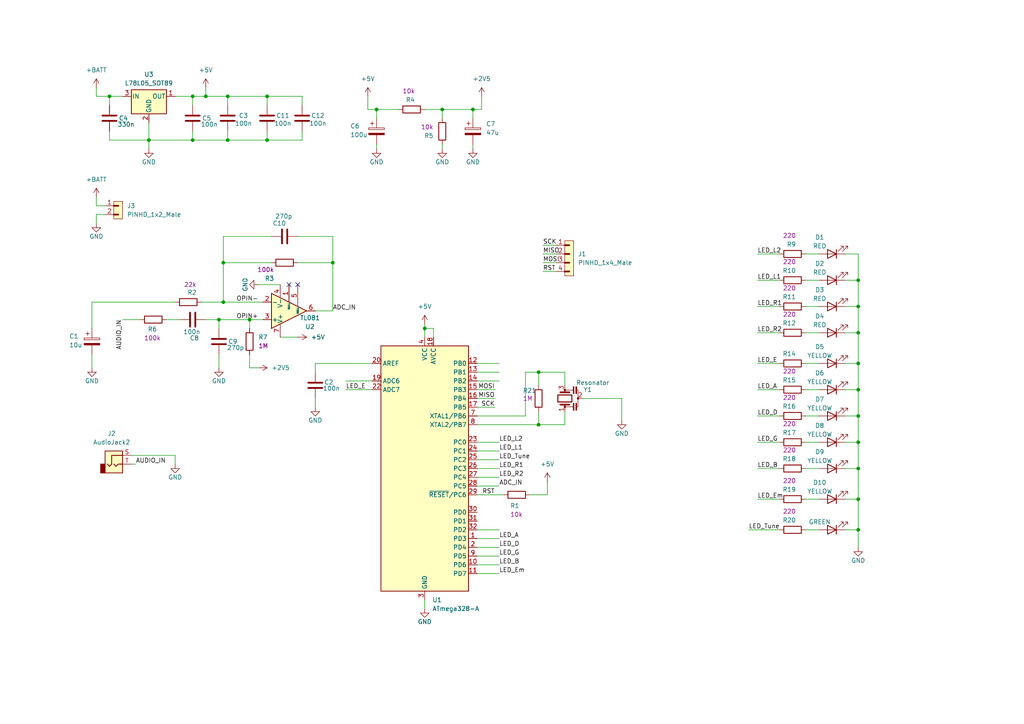
<source format=kicad_sch>
(kicad_sch (version 20231120) (generator "eeschema") (generator_version "8.0")
  (paper "A4")
  (title_block (date "sam. 04 avril 2015"))
  (lib_symbols
    (symbol "+5V_1" (power) (pin_numbers hide) (pin_names (offset 0) hide)
      (property "Value" "+5V" (at 0 3.556 0))
      (symbol "+5V_1_0_1"
        (polyline (pts (xy -0.762 1.27) (xy 0 2.54)))
        (polyline (pts (xy 0 0) (xy 0 2.54)))
        (polyline (pts (xy 0 2.54) (xy 0.762 1.27)))
      )
      (symbol "+5V_1_1_1"
        (pin power_in line (at 0 0 90) (length 0) (name "~") (number "1"))
      )
    )
    (symbol "Amplifier_Operational:TL081" (pin_names (offset 0.127))
      (property "Reference" "U" (at 0 6.35 0))
      (property "Value" "TL081" (at 0 3.81 0))
      (symbol "TL081_0_1"
        (polyline (pts (xy -5.08 5.08) (xy 5.08 0) (xy -5.08 -5.08) (xy -5.08 5.08)) (stroke (width 0.254)) (fill (type background)))
      )
      (symbol "TL081_1_1"
        (pin input line (at 0 -7.62 90) (length 5.08) (name "NULL") (number "1"))
        (pin input line (at -7.62 -2.54 0) (length 2.54) (name "-") (number "2"))
        (pin input line (at -7.62 2.54 0) (length 2.54) (name "+") (number "3"))
        (pin power_in line (at -2.54 -7.62 90) (length 3.81) (name "V-") (number "4"))
        (pin input line (at 2.54 -7.62 90) (length 6.35) (name "NULL") (number "5"))
        (pin output line (at 7.62 0 180) (length 2.54) (name "~") (number "6"))
        (pin power_in line (at -2.54 7.62 270) (length 3.81) (name "V+") (number "7"))
        (pin no_connect line (at 0 2.54 270) (length 2.54) hide (name "NC") (number "8"))
      )
    )
    (symbol "Connector_Audio:AudioJack2"
      (property "Reference" "J" (at 0 8.89 0))
      (property "Value" "AudioJack2" (at 0 6.35 0))
      (symbol "AudioJack2_0_1"
        (rectangle (start -3.81 0) (end -2.54 -2.54) (stroke (width 0.254)) (fill (type outline)))
        (rectangle (start -2.54 3.81) (end 2.54 -2.54) (stroke (width 0.254)) (fill (type background)))
        (polyline (pts (xy 0 0) (xy 0.635 -0.635) (xy 1.27 0) (xy 2.54 0)) (stroke (width 0.254)))
        (polyline (pts (xy 2.54 2.54) (xy -0.635 2.54) (xy -0.635 0) (xy -1.27 -0.635) (xy -1.905 0)) (stroke (width 0.254)))
      )
      (symbol "AudioJack2_1_1"
        (pin passive line (at 5.08 2.54 180) (length 2.54) (name "~") (number "S"))
        (pin passive line (at 5.08 0 180) (length 2.54) (name "~") (number "T"))
      )
    )
    (symbol "Device:C" (pin_numbers hide) (pin_names (offset 0.254))
      (property "Reference" "C" (at 0.635 2.54 0))
      (property "Value" "C" (at 0.635 -2.54 0))
      (symbol "C_0_1"
        (polyline (pts (xy -2.032 -0.762) (xy 2.032 -0.762)) (stroke (width 0.508)))
        (polyline (pts (xy -2.032 0.762) (xy 2.032 0.762)) (stroke (width 0.508)))
      )
      (symbol "C_1_1"
        (pin passive line (at 0 3.81 270) (length 2.794) (name "~") (number "1"))
        (pin passive line (at 0 -3.81 90) (length 2.794) (name "~") (number "2"))
      )
    )
    (symbol "Device:C_Polarized" (pin_numbers hide) (pin_names (offset 0.254))
      (property "Reference" "C" (at 0.635 2.54 0))
      (property "Value" "C_Polarized" (at 0.635 -2.54 0))
      (symbol "C_Polarized_0_1"
        (rectangle (start -2.286 0.508) (end 2.286 1.016))
        (polyline (pts (xy -1.778 2.286) (xy -0.762 2.286)))
        (polyline (pts (xy -1.27 2.794) (xy -1.27 1.778)))
        (rectangle (start 2.286 -0.508) (end -2.286 -1.016) (fill (type outline)))
      )
      (symbol "C_Polarized_1_1"
        (pin passive line (at 0 3.81 270) (length 2.794) (name "~") (number "1"))
        (pin passive line (at 0 -3.81 90) (length 2.794) (name "~") (number "2"))
      )
    )
    (symbol "Device:LED" (pin_numbers hide) (pin_names (offset 1.016) hide)
      (property "Reference" "D1" (at -1.5875 -7.62 0))
      (property "Value" "RED" (at -1.5875 -5.08 0))
      (symbol "LED_0_1"
        (polyline (pts (xy -1.27 -1.27) (xy -1.27 1.27)) (stroke (width 0.254)))
        (polyline (pts (xy -1.27 0) (xy 1.27 0)))
        (polyline (pts (xy 1.27 -1.27) (xy 1.27 1.27) (xy -1.27 0) (xy 1.27 -1.27)) (stroke (width 0.254)))
        (polyline (pts (xy -3.048 -0.762) (xy -4.572 -2.286) (xy -3.81 -2.286) (xy -4.572 -2.286) (xy -4.572 -1.524)))
        (polyline (pts (xy -1.778 -0.762) (xy -3.302 -2.286) (xy -2.54 -2.286) (xy -3.302 -2.286) (xy -3.302 -1.524)))
      )
      (symbol "LED_1_1"
        (pin passive line (at 3.81 0 180) (length 2.54) (name "A") (number "1"))
        (pin passive line (at -3.81 0 0) (length 2.54) (name "K") (number "2"))
      )
    )
    (symbol "Device:Resonator" (pin_names (offset 1.016) hide)
      (property "Reference" "Y" (at 0 5.715 0))
      (property "Value" "Resonator" (at 0 3.81 0))
      (symbol "Resonator_0_1"
        (rectangle (start -3.429 -3.175) (end -1.397 -3.429) (fill (type outline)))
        (rectangle (start -3.429 -2.413) (end -1.397 -2.667) (fill (type outline)))
        (circle (center -2.413 0) (radius 0.254) (fill (type outline)))
        (rectangle (start -1.016 2.032) (end 1.016 -2.032) (stroke (width 0.3048)))
        (circle (center 0 -3.81) (radius 0.254) (fill (type outline)))
        (polyline (pts (xy -2.413 -2.413) (xy -2.413 0)))
        (polyline (pts (xy -1.905 0) (xy -3.175 0)))
        (polyline (pts (xy -1.778 -1.27) (xy -1.778 1.27)) (stroke (width 0.508)))
        (polyline (pts (xy 1.778 -1.27) (xy 1.778 1.27)) (stroke (width 0.508)))
        (polyline (pts (xy 1.905 0) (xy 2.54 0)))
        (polyline (pts (xy 2.413 0) (xy 2.413 -2.54)))
        (polyline (pts (xy 2.413 -3.302) (xy 2.413 -3.81) (xy -2.413 -3.81) (xy -2.413 -3.302)))
        (rectangle (start 1.397 -3.175) (end 3.429 -3.429) (fill (type outline)))
        (rectangle (start 1.397 -2.413) (end 3.429 -2.667) (fill (type outline)))
        (circle (center 2.413 0) (radius 0.254) (fill (type outline)))
      )
      (symbol "Resonator_1_1"
        (pin passive line (at -3.81 0 0) (length 1.27) (name "1") (number "1"))
        (pin passive line (at 0 -5.08 90) (length 1.27) (name "2") (number "2"))
        (pin passive line (at 3.81 0 180) (length 1.27) (name "3") (number "3"))
      )
    )
    (symbol "MCU_Microchip_ATmega:ATmega328-A"
      (property "Reference" "U" (at -12.7 36.83 0))
      (property "Value" "ATmega328-A" (at 2.54 -36.83 0))
      (symbol "ATmega328-A_0_1"
        (rectangle (start -12.7 -35.56) (end 12.7 35.56) (stroke (width 0.254)) (fill (type background)))
      )
      (symbol "ATmega328-A_1_1"
        (pin bidirectional line (at 15.24 -20.32 180) (length 2.54) (name "PD3") (number "1"))
        (pin bidirectional line (at 15.24 -27.94 180) (length 2.54) (name "PD6") (number "10"))
        (pin bidirectional line (at 15.24 -30.48 180) (length 2.54) (name "PD7") (number "11"))
        (pin bidirectional line (at 15.24 30.48 180) (length 2.54) (name "PB0") (number "12"))
        (pin bidirectional line (at 15.24 27.94 180) (length 2.54) (name "PB1") (number "13"))
        (pin bidirectional line (at 15.24 25.4 180) (length 2.54) (name "PB2") (number "14"))
        (pin bidirectional line (at 15.24 22.86 180) (length 2.54) (name "PB3") (number "15"))
        (pin bidirectional line (at 15.24 20.32 180) (length 2.54) (name "PB4") (number "16"))
        (pin bidirectional line (at 15.24 17.78 180) (length 2.54) (name "PB5") (number "17"))
        (pin power_in line (at 2.54 38.1 270) (length 2.54) (name "AVCC") (number "18"))
        (pin input line (at -15.24 25.4 0) (length 2.54) (name "ADC6") (number "19"))
        (pin bidirectional line (at 15.24 -22.86 180) (length 2.54) (name "PD4") (number "2"))
        (pin passive line (at -15.24 30.48 0) (length 2.54) (name "AREF") (number "20"))
        (pin passive line (at 0 -38.1 90) (length 2.54) hide (name "GND") (number "21"))
        (pin input line (at -15.24 22.86 0) (length 2.54) (name "ADC7") (number "22"))
        (pin bidirectional line (at 15.24 7.62 180) (length 2.54) (name "PC0") (number "23"))
        (pin bidirectional line (at 15.24 5.08 180) (length 2.54) (name "PC1") (number "24"))
        (pin bidirectional line (at 15.24 2.54 180) (length 2.54) (name "PC2") (number "25"))
        (pin bidirectional line (at 15.24 0 180) (length 2.54) (name "PC3") (number "26"))
        (pin bidirectional line (at 15.24 -2.54 180) (length 2.54) (name "PC4") (number "27"))
        (pin bidirectional line (at 15.24 -5.08 180) (length 2.54) (name "PC5") (number "28"))
        (pin bidirectional line (at 15.24 -7.62 180) (length 2.54) (name "~{RESET}/PC6") (number "29"))
        (pin power_in line (at 0 -38.1 90) (length 2.54) (name "GND") (number "3"))
        (pin bidirectional line (at 15.24 -12.7 180) (length 2.54) (name "PD0") (number "30"))
        (pin bidirectional line (at 15.24 -15.24 180) (length 2.54) (name "PD1") (number "31"))
        (pin bidirectional line (at 15.24 -17.78 180) (length 2.54) (name "PD2") (number "32"))
        (pin power_in line (at 0 38.1 270) (length 2.54) (name "VCC") (number "4"))
        (pin passive line (at 0 -38.1 90) (length 2.54) hide (name "GND") (number "5"))
        (pin passive line (at 0 38.1 270) (length 2.54) hide (name "VCC") (number "6"))
        (pin bidirectional line (at 15.24 15.24 180) (length 2.54) (name "XTAL1/PB6") (number "7"))
        (pin bidirectional line (at 15.24 12.7 180) (length 2.54) (name "XTAL2/PB7") (number "8"))
        (pin bidirectional line (at 15.24 -25.4 180) (length 2.54) (name "PD5") (number "9"))
      )
    )
    (symbol "PCM_4ms_Resistor:10k_0402" (pin_numbers hide) (pin_names (offset 0))
      (property "Reference" "R" (at 2.032 0 90))
      (property "Display" "10k" (at 3.81 0 90))
      (symbol "10k_0402_0_1"
        (rectangle (start -1.016 -2.54) (end 1.016 2.54) (stroke (width 0.254)))
      )
      (symbol "10k_0402_1_1"
        (pin passive line (at 0 3.81 270) (length 1.27) (name "~") (number "1"))
        (pin passive line (at 0 -3.81 90) (length 1.27) (name "~") (number "2"))
      )
    )
    (symbol "PCM_SL_Pin_Headers:PINHD_1x2_Male"
      (property "Reference" "J" (at 0 6.35 0))
      (property "Value" "PINHD_1x2_Male" (at 0 3.81 0))
      (symbol "PINHD_1x2_Male_0_1"
        (rectangle (start -1.27 2.54) (end 1.27 -2.54) (fill (type background)))
        (polyline (pts (xy -1.27 -1.27) (xy 0 -1.27)) (stroke (width 0.3)))
        (polyline (pts (xy -1.27 -1.27) (xy 0 -1.27)) (stroke (width 0.5)))
        (polyline (pts (xy -1.27 1.27) (xy 0 1.27)) (stroke (width 0.3)))
        (polyline (pts (xy -1.27 1.27) (xy 0 1.27)) (stroke (width 0.5)))
      )
      (symbol "PINHD_1x2_Male_1_1"
        (pin passive line (at -3.81 1.27 0) (length 2.54) (name "") (number "1"))
        (pin passive line (at -3.81 -1.27 0) (length 2.54) (name "") (number "2"))
      )
    )
    (symbol "PCM_SL_Pin_Headers:PINHD_1x4_Male"
      (property "Reference" "J" (at 0 8.89 0))
      (property "Value" "PINHD_1x4_Male" (at 0 6.35 0))
      (symbol "PINHD_1x4_Male_0_1"
        (rectangle (start -1.27 5.08) (end 1.27 -5.08) (fill (type background)))
        (polyline (pts (xy -1.27 -3.81) (xy 0 -3.81)) (stroke (width 0.3)))
        (polyline (pts (xy -1.27 -3.81) (xy 0 -3.81)) (stroke (width 0.5)))
        (polyline (pts (xy -1.27 -1.27) (xy 0 -1.27)) (stroke (width 0.3)))
        (polyline (pts (xy -1.27 -1.27) (xy 0 -1.27)) (stroke (width 0.5)))
        (polyline (pts (xy -1.27 1.27) (xy 0 1.27)) (stroke (width 0.3)))
        (polyline (pts (xy -1.27 1.27) (xy 0 1.27)) (stroke (width 0.5)))
        (polyline (pts (xy -1.27 3.81) (xy 0 3.81)) (stroke (width 0.3)))
        (polyline (pts (xy -1.27 3.81) (xy 0 3.81)) (stroke (width 0.5)))
      )
      (symbol "PINHD_1x4_Male_1_1"
        (pin passive line (at -3.81 3.81 0) (length 2.54) (name "") (number "1"))
        (pin passive line (at -3.81 1.27 0) (length 2.54) (name "") (number "2"))
        (pin passive line (at -3.81 -1.27 0) (length 2.54) (name "") (number "3"))
        (pin passive line (at -3.81 -3.81 0) (length 2.54) (name "") (number "4"))
      )
    )
    (symbol "Regulator_Linear:L78L05_SOT89" (pin_names (offset 0.254))
      (property "Reference" "U" (at -3.81 3.175 0))
      (property "Value" "L78L05_SOT89" (at -0.635 3.175 0))
      (symbol "L78L05_SOT89_0_1"
        (rectangle (start -5.08 1.905) (end 5.08 -5.08) (stroke (width 0.254)) (fill (type background)))
      )
      (symbol "L78L05_SOT89_1_1"
        (pin power_out line (at 7.62 0 180) (length 2.54) (name "OUT") (number "1"))
        (pin power_in line (at 0 -7.62 90) (length 2.54) (name "GND") (number "2"))
        (pin power_in line (at -7.62 0 0) (length 2.54) (name "IN") (number "3"))
      )
    )
    (symbol "power:+2V5" (power) (pin_numbers hide) (pin_names (offset 0) hide)
      (property "Value" "+2V5" (at 0 3.556 0))
      (symbol "+2V5_0_1"
        (polyline (pts (xy -0.762 1.27) (xy 0 2.54)))
        (polyline (pts (xy 0 0) (xy 0 2.54)))
        (polyline (pts (xy 0 2.54) (xy 0.762 1.27)))
      )
      (symbol "+2V5_1_1"
        (pin power_in line (at 0 0 90) (length 0) (name "~") (number "1"))
      )
    )
    (symbol "power:+BATT" (power) (pin_numbers hide) (pin_names (offset 0) hide)
      (property "Value" "+BATT" (at 0 3.556 0))
      (symbol "+BATT_0_1"
        (polyline (pts (xy -0.762 1.27) (xy 0 2.54)))
        (polyline (pts (xy 0 0) (xy 0 2.54)))
        (polyline (pts (xy 0 2.54) (xy 0.762 1.27)))
      )
      (symbol "+BATT_1_1"
        (pin power_in line (at 0 0 90) (length 0) (name "~") (number "1"))
      )
    )
    (symbol "power:GND" (power) (pin_names (offset 0))
      (property "Value" "GND" (at 0 -3.81 0))
      (symbol "GND_0_1"
        (polyline (pts (xy 0 0) (xy 0 -1.27) (xy 1.27 -1.27) (xy 0 -2.54) (xy -1.27 -1.27) (xy 0 -1.27)))
      )
      (symbol "GND_1_1"
        (pin power_in line (at 0 0 270) (length 0) hide (name "GND") (number "1"))
      )
    )
  )
  (junction (at 248.92 128.27))
  (junction (at 77.47 27.94))
  (junction (at 66.04 40.64))
  (junction (at 66.04 27.94))
  (junction (at 31.75 27.94))
  (junction (at 137.16 31.75))
  (junction (at 248.92 113.03))
  (junction (at 59.69 27.94))
  (junction (at 156.21 107.95))
  (junction (at 248.92 144.78))
  (junction (at 72.39 92.71))
  (junction (at 123.19 95.25))
  (junction (at 156.21 123.19))
  (junction (at 64.77 87.63))
  (junction (at 128.27 31.75))
  (junction (at 248.92 120.65))
  (junction (at 55.88 27.94))
  (junction (at 248.92 153.67))
  (junction (at 64.77 76.2))
  (junction (at 96.52 76.2))
  (junction (at 109.22 31.75))
  (junction (at 77.47 40.64))
  (junction (at 248.92 81.28))
  (junction (at 63.5 92.71))
  (junction (at 248.92 135.89))
  (junction (at 55.88 40.64))
  (junction (at 248.92 88.9))
  (junction (at 248.92 96.52))
  (junction (at 43.18 40.64))
  (junction (at 248.92 105.41))
  (no_connect (at 83.82 82.55))
  (no_connect (at 86.36 82.55))
  (wire (pts (xy 123.19 95.25) (xy 123.19 97.79)))
  (wire (pts (xy 245.11 135.89) (xy 248.92 135.89)))
  (wire (pts (xy 91.44 90.17) (xy 96.52 90.17)))
  (wire (pts (xy 138.43 163.83) (xy 144.78 163.83)))
  (wire (pts (xy 245.11 105.41) (xy 248.92 105.41)))
  (wire (pts (xy 59.69 25.4) (xy 59.69 27.94)))
  (wire (pts (xy 245.11 81.28) (xy 248.92 81.28)))
  (wire (pts (xy 106.68 27.94) (xy 106.68 31.75)))
  (wire (pts (xy 163.83 107.95) (xy 163.83 111.76)))
  (wire (pts (xy 233.68 128.27) (xy 237.49 128.27)))
  (wire (pts (xy 86.36 68.58) (xy 96.52 68.58)))
  (wire (pts (xy 64.77 68.58) (xy 64.77 76.2)))
  (wire (pts (xy 152.4 107.95) (xy 156.21 107.95)))
  (wire (pts (xy 64.77 76.2) (xy 64.77 87.63)))
  (wire (pts (xy 219.71 96.52) (xy 226.06 96.52)))
  (wire (pts (xy 74.93 82.55) (xy 81.28 82.55)))
  (wire (pts (xy 109.22 31.75) (xy 109.22 34.29)))
  (wire (pts (xy 157.48 78.74) (xy 161.29 78.74)))
  (wire (pts (xy 63.5 102.87) (xy 63.5 106.68)))
  (wire (pts (xy 128.27 34.29) (xy 128.27 31.75)))
  (wire (pts (xy 91.44 115.57) (xy 91.44 118.11)))
  (wire (pts (xy 123.19 93.98) (xy 123.19 95.25)))
  (wire (pts (xy 245.11 113.03) (xy 248.92 113.03)))
  (wire (pts (xy 55.88 27.94) (xy 59.69 27.94)))
  (wire (pts (xy 219.71 128.27) (xy 226.06 128.27)))
  (wire (pts (xy 138.43 107.95) (xy 144.78 107.95)))
  (wire (pts (xy 125.73 95.25) (xy 123.19 95.25)))
  (wire (pts (xy 138.43 153.67) (xy 144.78 153.67)))
  (wire (pts (xy 248.92 96.52) (xy 248.92 105.41)))
  (wire (pts (xy 138.43 128.27) (xy 144.78 128.27)))
  (wire (pts (xy 248.92 153.67) (xy 248.92 144.78)))
  (wire (pts (xy 245.11 88.9) (xy 248.92 88.9)))
  (wire (pts (xy 248.92 96.52) (xy 248.92 88.9)))
  (wire (pts (xy 156.21 119.38) (xy 156.21 123.19)))
  (wire (pts (xy 233.68 135.89) (xy 237.49 135.89)))
  (wire (pts (xy 81.28 97.79) (xy 86.36 97.79)))
  (wire (pts (xy 248.92 144.78) (xy 248.92 135.89)))
  (wire (pts (xy 55.88 40.64) (xy 66.04 40.64)))
  (wire (pts (xy 109.22 31.75) (xy 115.57 31.75)))
  (wire (pts (xy 138.43 110.49) (xy 144.78 110.49)))
  (wire (pts (xy 138.43 143.51) (xy 146.05 143.51)))
  (wire (pts (xy 157.48 76.2) (xy 161.29 76.2)))
  (wire (pts (xy 38.1 134.62) (xy 39.37 134.62)))
  (wire (pts (xy 27.94 27.94) (xy 31.75 27.94)))
  (wire (pts (xy 137.16 31.75) (xy 128.27 31.75)))
  (wire (pts (xy 137.16 41.91) (xy 137.16 43.18)))
  (wire (pts (xy 63.5 92.71) (xy 59.69 92.71)))
  (wire (pts (xy 219.71 73.66) (xy 226.06 73.66)))
  (wire (pts (xy 31.75 40.64) (xy 43.18 40.64)))
  (wire (pts (xy 245.11 144.78) (xy 248.92 144.78)))
  (wire (pts (xy 27.94 62.23) (xy 27.94 64.77)))
  (wire (pts (xy 233.68 88.9) (xy 237.49 88.9)))
  (wire (pts (xy 43.18 40.64) (xy 55.88 40.64)))
  (wire (pts (xy 72.39 95.25) (xy 72.39 92.71)))
  (wire (pts (xy 31.75 27.94) (xy 35.56 27.94)))
  (wire (pts (xy 78.74 76.2) (xy 64.77 76.2)))
  (wire (pts (xy 123.19 173.99) (xy 123.19 176.53)))
  (wire (pts (xy 91.44 105.41) (xy 107.95 105.41)))
  (wire (pts (xy 248.92 158.75) (xy 248.92 153.67)))
  (wire (pts (xy 96.52 68.58) (xy 96.52 76.2)))
  (wire (pts (xy 158.75 143.51) (xy 153.67 143.51)))
  (wire (pts (xy 248.92 135.89) (xy 248.92 128.27)))
  (wire (pts (xy 156.21 107.95) (xy 156.21 111.76)))
  (wire (pts (xy 31.75 27.94) (xy 31.75 30.48)))
  (wire (pts (xy 72.39 102.87) (xy 72.39 106.68)))
  (wire (pts (xy 219.71 135.89) (xy 226.06 135.89)))
  (wire (pts (xy 128.27 41.91) (xy 128.27 43.18)))
  (wire (pts (xy 248.92 128.27) (xy 248.92 120.65)))
  (wire (pts (xy 137.16 34.29) (xy 137.16 31.75)))
  (wire (pts (xy 245.11 73.66) (xy 248.92 73.66)))
  (wire (pts (xy 219.71 105.41) (xy 226.06 105.41)))
  (wire (pts (xy 106.68 31.75) (xy 109.22 31.75)))
  (wire (pts (xy 38.1 132.08) (xy 50.8 132.08)))
  (wire (pts (xy 245.11 96.52) (xy 248.92 96.52)))
  (wire (pts (xy 245.11 153.67) (xy 248.92 153.67)))
  (wire (pts (xy 138.43 105.41) (xy 144.78 105.41)))
  (wire (pts (xy 157.48 71.12) (xy 161.29 71.12)))
  (wire (pts (xy 152.4 120.65) (xy 152.4 107.95)))
  (wire (pts (xy 66.04 27.94) (xy 59.69 27.94)))
  (wire (pts (xy 87.63 38.1) (xy 87.63 40.64)))
  (wire (pts (xy 245.11 128.27) (xy 248.92 128.27)))
  (wire (pts (xy 91.44 107.95) (xy 91.44 105.41)))
  (wire (pts (xy 138.43 115.57) (xy 143.51 115.57)))
  (wire (pts (xy 96.52 90.17) (xy 96.52 76.2)))
  (wire (pts (xy 77.47 38.1) (xy 77.47 40.64)))
  (wire (pts (xy 78.74 68.58) (xy 64.77 68.58)))
  (wire (pts (xy 74.93 106.68) (xy 72.39 106.68)))
  (wire (pts (xy 31.75 38.1) (xy 31.75 40.64)))
  (wire (pts (xy 245.11 120.65) (xy 248.92 120.65)))
  (wire (pts (xy 64.77 87.63) (xy 76.2 87.63)))
  (wire (pts (xy 233.68 144.78) (xy 237.49 144.78)))
  (wire (pts (xy 100.33 110.49) (xy 107.95 110.49)))
  (wire (pts (xy 87.63 27.94) (xy 77.47 27.94)))
  (wire (pts (xy 63.5 92.71) (xy 72.39 92.71)))
  (wire (pts (xy 163.83 123.19) (xy 163.83 119.38)))
  (wire (pts (xy 30.48 62.23) (xy 27.94 62.23)))
  (wire (pts (xy 26.67 102.87) (xy 26.67 106.68)))
  (wire (pts (xy 180.34 115.57) (xy 180.34 121.92)))
  (wire (pts (xy 233.68 113.03) (xy 237.49 113.03)))
  (wire (pts (xy 233.68 105.41) (xy 237.49 105.41)))
  (wire (pts (xy 156.21 123.19) (xy 163.83 123.19)))
  (wire (pts (xy 138.43 156.21) (xy 144.78 156.21)))
  (wire (pts (xy 156.21 107.95) (xy 163.83 107.95)))
  (wire (pts (xy 77.47 30.48) (xy 77.47 27.94)))
  (wire (pts (xy 58.42 87.63) (xy 64.77 87.63)))
  (wire (pts (xy 139.7 31.75) (xy 137.16 31.75)))
  (wire (pts (xy 96.52 76.2) (xy 86.36 76.2)))
  (wire (pts (xy 125.73 97.79) (xy 125.73 95.25)))
  (wire (pts (xy 217.17 153.67) (xy 226.06 153.67)))
  (wire (pts (xy 138.43 118.11) (xy 143.51 118.11)))
  (wire (pts (xy 26.67 87.63) (xy 50.8 87.63)))
  (wire (pts (xy 138.43 166.37) (xy 144.78 166.37)))
  (wire (pts (xy 219.71 81.28) (xy 226.06 81.28)))
  (wire (pts (xy 100.33 113.03) (xy 107.95 113.03)))
  (wire (pts (xy 219.71 144.78) (xy 226.06 144.78)))
  (wire (pts (xy 248.92 120.65) (xy 248.92 113.03)))
  (wire (pts (xy 50.8 132.08) (xy 50.8 134.62)))
  (wire (pts (xy 72.39 92.71) (xy 76.2 92.71)))
  (wire (pts (xy 27.94 59.69) (xy 27.94 57.15)))
  (wire (pts (xy 139.7 27.94) (xy 139.7 31.75)))
  (wire (pts (xy 138.43 123.19) (xy 156.21 123.19)))
  (wire (pts (xy 233.68 81.28) (xy 237.49 81.28)))
  (wire (pts (xy 63.5 95.25) (xy 63.5 92.71)))
  (wire (pts (xy 48.26 92.71) (xy 52.07 92.71)))
  (wire (pts (xy 233.68 153.67) (xy 237.49 153.67)))
  (wire (pts (xy 158.75 139.7) (xy 158.75 143.51)))
  (wire (pts (xy 30.48 59.69) (xy 27.94 59.69)))
  (wire (pts (xy 248.92 81.28) (xy 248.92 73.66)))
  (wire (pts (xy 55.88 30.48) (xy 55.88 27.94)))
  (wire (pts (xy 138.43 138.43) (xy 144.78 138.43)))
  (wire (pts (xy 35.56 92.71) (xy 40.64 92.71)))
  (wire (pts (xy 248.92 88.9) (xy 248.92 81.28)))
  (wire (pts (xy 248.92 113.03) (xy 248.92 105.41)))
  (wire (pts (xy 233.68 73.66) (xy 237.49 73.66)))
  (wire (pts (xy 233.68 96.52) (xy 237.49 96.52)))
  (wire (pts (xy 138.43 158.75) (xy 144.78 158.75)))
  (wire (pts (xy 27.94 25.4) (xy 27.94 27.94)))
  (wire (pts (xy 138.43 120.65) (xy 152.4 120.65)))
  (wire (pts (xy 219.71 88.9) (xy 226.06 88.9)))
  (wire (pts (xy 55.88 38.1) (xy 55.88 40.64)))
  (wire (pts (xy 138.43 113.03) (xy 143.51 113.03)))
  (wire (pts (xy 66.04 40.64) (xy 77.47 40.64)))
  (wire (pts (xy 219.71 120.65) (xy 226.06 120.65)))
  (wire (pts (xy 77.47 27.94) (xy 66.04 27.94)))
  (wire (pts (xy 219.71 113.03) (xy 226.06 113.03)))
  (wire (pts (xy 128.27 31.75) (xy 123.19 31.75)))
  (wire (pts (xy 77.47 40.64) (xy 87.63 40.64)))
  (wire (pts (xy 43.18 35.56) (xy 43.18 40.64)))
  (wire (pts (xy 66.04 30.48) (xy 66.04 27.94)))
  (wire (pts (xy 109.22 41.91) (xy 109.22 43.18)))
  (wire (pts (xy 157.48 73.66) (xy 161.29 73.66)))
  (wire (pts (xy 26.67 95.25) (xy 26.67 87.63)))
  (wire (pts (xy 66.04 38.1) (xy 66.04 40.64)))
  (wire (pts (xy 138.43 161.29) (xy 144.78 161.29)))
  (wire (pts (xy 138.43 140.97) (xy 144.78 140.97)))
  (wire (pts (xy 87.63 30.48) (xy 87.63 27.94)))
  (wire (pts (xy 55.88 27.94) (xy 50.8 27.94)))
  (wire (pts (xy 43.18 43.18) (xy 43.18 40.64)))
  (wire (pts (xy 138.43 133.35) (xy 144.78 133.35)))
  (wire (pts (xy 138.43 130.81) (xy 144.78 130.81)))
  (wire (pts (xy 168.91 115.57) (xy 180.34 115.57)))
  (wire (pts (xy 233.68 120.65) (xy 237.49 120.65)))
  (wire (pts (xy 138.43 135.89) (xy 144.78 135.89)))
  (label "AUDIO_IN" (at 35.56 92.71 270))
  (label "LED_L2" (at 144.78 128.27 0))
  (label "LED_Tune" (at 144.78 133.35 0))
  (label "LED_R1" (at 219.71 88.9 0))
  (label "AUDIO_IN" (at 39.37 134.62 0))
  (label "LED_D" (at 219.71 120.65 0))
  (label "LED_A" (at 219.71 113.03 0))
  (label "LED_B" (at 144.78 163.83 0))
  (label "SCK" (at 157.48 71.12 0))
  (label "OPIN+" (at 68.58 92.71 0))
  (label "LED_L1" (at 144.78 130.81 0))
  (label "LED_R1" (at 144.78 135.89 0))
  (label "LED_L1" (at 219.71 81.28 0))
  (label "MOSI" (at 157.48 76.2 0))
  (label "RST" (at 143.51 143.51 180))
  (label "LED_E" (at 219.71 105.41 0))
  (label "LED_A" (at 144.78 156.21 0))
  (label "RST" (at 157.48 78.74 0))
  (label "MISO" (at 157.48 73.66 0))
  (label "SCK" (at 143.51 118.11 180))
  (label "LED_G" (at 144.78 161.29 0))
  (label "ADC_IN" (at 144.78 140.97 0))
  (label "OPIN-" (at 68.58 87.63 0))
  (label "MISO" (at 143.51 115.57 180))
  (label "LED_Em" (at 219.71 144.78 0))
  (label "LED_Em" (at 144.78 166.37 0))
  (label "LED_G" (at 219.71 128.27 0))
  (label "LED_D" (at 144.78 158.75 0))
  (label "LED_E" (at 100.33 113.03 0))
  (label "LED_R2" (at 144.78 138.43 0))
  (label "LED_R2" (at 219.71 96.52 0))
  (label "LED_L2" (at 219.71 73.66 0))
  (label "LED_Tune" (at 217.17 153.67 0))
  (label "ADC_IN" (at 96.52 90.17 0))
  (label "LED_B" (at 219.71 135.89 0))
  (label "MOSI" (at 143.51 113.03 180))
  (symbol (lib_name "+5V_1") (lib_id "power:+5V") (at 106.68 27.94 0) (unit 1)
    (property "Reference" "#PWR09" (effects (hide yes)))
    (property "Value" "+5V" (at 106.68 22.86 0))
    (property "Description" "Power symbol creates a global label with name \"+5V\"" (effects (hide yes)))
  )
  (symbol (lib_id "Regulator_Linear:L78L05_SOT89") (at 43.18 27.94 0) (unit 1)
    (property "Reference" "U3" (at 43.18 21.59 0))
    (property "Value" "L78L05_SOT89" (at 43.18 24.13 0))
    (property "Footprint" "Package_TO_SOT_SMD:SOT-89-3" (effects (hide yes)))
    (property "Datasheet" "http://www.st.com/content/ccc/resource/technical/document/datasheet/15/55/e5/aa/23/5b/43/fd/CD00000446.pdf/files/CD00000446.pdf/jcr:content/translations/en.CD00000446.pdf" (effects (hide yes)))
    (property "Description" "Positive 100mA 30V Linear Regulator, Fixed Output 5V, SOT-89" (effects (hide yes)))
  )
  (symbol (lib_id "PCM_4ms_Resistor:10k_0402") (at 229.87 73.66 90) (unit 1)
    (property "Reference" "R9" (at 230.886 70.866 90) (effects (justify left)))
    (property "Value" "10k_0402" (effects (hide yes)))
    (property "Footprint" "Resistor_SMD:R_0603_1608Metric" (effects (hide yes)))
    (property "Description" "10k, 1%, 1/16W, 0603" (effects (hide yes)))
    (property "Specifications" "10k, 1%, 1/10W, 0402" (effects (hide yes)))
    (property "Manufacturer" "Yageo" (effects (hide yes)))
    (property "Part Number" "RT0402FRE0710KL" (effects (hide yes)))
    (property "Display" "220" (at 230.886 68.326 90) (effects (justify left)))
    (property "Manufacturer 2" "Yageo" (effects (hide yes)))
    (property "Part Number 2" "RT0402DRE0710KL" (effects (hide yes)))
  )
  (symbol (lib_id "PCM_4ms_Resistor:10k_0402") (at 72.39 99.06 0) (unit 1)
    (property "Reference" "R7" (at 74.93 97.7899 0) (effects (justify left)))
    (property "Value" "10k_0402" (effects (hide yes)))
    (property "Footprint" "Resistor_SMD:R_0603_1608Metric" (effects (hide yes)))
    (property "Description" "10k, 1%, 1/16W, 0603" (effects (hide yes)))
    (property "Specifications" "10k, 1%, 1/10W, 0402" (effects (hide yes)))
    (property "Manufacturer" "Yageo" (effects (hide yes)))
    (property "Part Number" "RT0402FRE0710KL" (effects (hide yes)))
    (property "Display" "1M" (at 74.93 100.3299 0) (effects (justify left)))
    (property "Manufacturer 2" "Yageo" (effects (hide yes)))
    (property "Part Number 2" "RT0402DRE0710KL" (effects (hide yes)))
  )
  (symbol (lib_name "+5V_1") (lib_id "power:+5V") (at 158.75 139.7 0) (unit 1)
    (property "Reference" "#PWR016" (effects (hide yes)))
    (property "Value" "+5V" (at 158.75 134.62 0))
    (property "Description" "Power symbol creates a global label with name \"+5V\"" (effects (hide yes)))
  )
  (symbol (lib_id "power:GND") (at 26.67 106.68 0) (unit 1)
    (property "Reference" "#PWR03" (effects (hide yes)))
    (property "Value" "GND" (at 26.67 110.49 0))
  )
  (symbol (lib_id "PCM_4ms_Resistor:10k_0402") (at 156.21 115.57 0) (unit 1)
    (property "Reference" "R21" (at 151.638 113.284 0) (effects (justify left)))
    (property "Value" "10k_0402" (effects (hide yes)))
    (property "Footprint" "Resistor_SMD:R_0603_1608Metric" (effects (hide yes)))
    (property "Description" "10k, 1%, 1/16W, 0603" (effects (hide yes)))
    (property "Specifications" "10k, 1%, 1/10W, 0402" (effects (hide yes)))
    (property "Manufacturer" "Yageo" (effects (hide yes)))
    (property "Part Number" "RT0402FRE0710KL" (effects (hide yes)))
    (property "Display" "1M" (at 151.638 115.57 0) (effects (justify left)))
    (property "Manufacturer 2" "Yageo" (effects (hide yes)))
    (property "Part Number 2" "RT0402DRE0710KL" (effects (hide yes)))
  )
  (symbol (lib_id "Device:C") (at 66.04 34.29 0) (unit 1)
    (property "Reference" "C3" (at 70.612 33.528 0))
    (property "Value" "100n" (at 70.612 35.814 0))
    (property "Footprint" "Capacitor_SMD:C_0603_1608Metric" (effects (hide yes)))
    (property "Description" "Unpolarized capacitor" (effects (hide yes)))
  )
  (symbol (lib_id "power:+2V5") (at 139.7 27.94 0) (unit 1)
    (property "Reference" "#PWR013" (effects (hide yes)))
    (property "Value" "+2V5" (at 139.7 22.86 0))
    (property "Description" "Power symbol creates a global label with name \"+2V5\"" (effects (hide yes)))
  )
  (symbol (lib_id "PCM_4ms_Resistor:10k_0402") (at 128.27 38.1 180) (unit 1)
    (property "Reference" "R5" (at 125.73 39.3701 0) (effects (justify left)))
    (property "Value" "10k_0402" (effects (hide yes)))
    (property "Footprint" "Resistor_SMD:R_0603_1608Metric" (effects (hide yes)))
    (property "Description" "10k, 1%, 1/16W, 0603" (effects (hide yes)))
    (property "Specifications" "10k, 1%, 1/10W, 0402" (effects (hide yes)))
    (property "Manufacturer" "Yageo" (effects (hide yes)))
    (property "Part Number" "RT0402FRE0710KL" (effects (hide yes)))
    (property "Display" "10k" (at 125.73 36.8301 0) (effects (justify left)))
    (property "Manufacturer 2" "Yageo" (effects (hide yes)))
    (property "Part Number 2" "RT0402DRE0710KL" (effects (hide yes)))
  )
  (symbol (lib_id "PCM_4ms_Resistor:10k_0402") (at 229.87 105.41 90) (unit 1)
    (property "Reference" "R14" (at 230.886 102.616 90) (effects (justify left)))
    (property "Value" "10k_0402" (effects (hide yes)))
    (property "Footprint" "Resistor_SMD:R_0603_1608Metric" (effects (hide yes)))
    (property "Description" "10k, 1%, 1/16W, 0603" (effects (hide yes)))
    (property "Specifications" "10k, 1%, 1/10W, 0402" (effects (hide yes)))
    (property "Manufacturer" "Yageo" (effects (hide yes)))
    (property "Part Number" "RT0402FRE0710KL" (effects (hide yes)))
    (property "Display" "220" (effects (hide yes)))
    (property "Manufacturer 2" "Yageo" (effects (hide yes)))
    (property "Part Number 2" "RT0402DRE0710KL" (effects (hide yes)))
  )
  (symbol (lib_id "Device:LED") (at 241.3 73.66 180) (unit 1)
    (property "Reference" "D1" (at 237.744 68.834 0))
    (property "Value" "RED" (at 237.744 71.374 0))
    (property "Footprint" "LED_SMD:LED_0805_2012Metric" (effects (hide yes)))
    (property "Description" "Light emitting diode" (effects (hide yes)))
  )
  (symbol (lib_id "Device:C") (at 82.55 68.58 90) (unit 1)
    (property "Reference" "C10" (at 81.026 64.77 90))
    (property "Value" "270p" (at 82.296 62.738 90))
    (property "Footprint" "Capacitor_SMD:C_0603_1608Metric" (effects (hide yes)))
    (property "Description" "Unpolarized capacitor" (effects (hide yes)))
  )
  (symbol (lib_id "power:+BATT") (at 27.94 25.4 0) (unit 1)
    (property "Reference" "#PWR05" (effects (hide yes)))
    (property "Value" "+BATT" (at 27.94 20.32 0))
    (property "Description" "Power symbol creates a global label with name \"+BATT\"" (effects (hide yes)))
  )
  (symbol (lib_id "power:GND") (at 27.94 64.77 0) (unit 1)
    (property "Reference" "#PWR024" (effects (hide yes)))
    (property "Value" "GND" (at 27.94 68.58 0))
  )
  (symbol (lib_id "PCM_4ms_Resistor:10k_0402") (at 229.87 88.9 90) (unit 1)
    (property "Reference" "R11" (at 230.886 86.106 90) (effects (justify left)))
    (property "Value" "10k_0402" (effects (hide yes)))
    (property "Footprint" "Resistor_SMD:R_0603_1608Metric" (effects (hide yes)))
    (property "Description" "10k, 1%, 1/16W, 0603" (effects (hide yes)))
    (property "Specifications" "10k, 1%, 1/10W, 0402" (effects (hide yes)))
    (property "Manufacturer" "Yageo" (effects (hide yes)))
    (property "Part Number" "RT0402FRE0710KL" (effects (hide yes)))
    (property "Display" "220" (at 230.886 83.566 90) (effects (justify left)))
    (property "Manufacturer 2" "Yageo" (effects (hide yes)))
    (property "Part Number 2" "RT0402DRE0710KL" (effects (hide yes)))
  )
  (symbol (lib_id "PCM_4ms_Resistor:10k_0402") (at 229.87 113.03 90) (unit 1)
    (property "Reference" "R15" (at 230.886 110.236 90) (effects (justify left)))
    (property "Value" "10k_0402" (effects (hide yes)))
    (property "Footprint" "Resistor_SMD:R_0603_1608Metric" (effects (hide yes)))
    (property "Description" "10k, 1%, 1/16W, 0603" (effects (hide yes)))
    (property "Specifications" "10k, 1%, 1/10W, 0402" (effects (hide yes)))
    (property "Manufacturer" "Yageo" (effects (hide yes)))
    (property "Part Number" "RT0402FRE0710KL" (effects (hide yes)))
    (property "Display" "220" (at 230.886 107.696 90) (effects (justify left)))
    (property "Manufacturer 2" "Yageo" (effects (hide yes)))
    (property "Part Number 2" "RT0402DRE0710KL" (effects (hide yes)))
  )
  (symbol (lib_id "Device:C_Polarized") (at 109.22 38.1 0) (unit 1)
    (property "Reference" "C6" (at 101.6 36.576 0) (effects (justify left)))
    (property "Value" "100u" (at 101.6 39.116 0) (effects (justify left)))
    (property "Footprint" "Capacitor_THT:CP_Radial_D5.0mm_P2.00mm" (effects (hide yes)))
    (property "Description" "Polarized capacitor" (effects (hide yes)))
  )
  (symbol (lib_id "Device:LED") (at 241.3 120.65 180) (unit 1)
    (property "Reference" "D7" (at 237.744 115.824 0))
    (property "Value" "YELLOW" (at 237.744 118.364 0))
    (property "Footprint" "LED_SMD:LED_0805_2012Metric" (effects (hide yes)))
    (property "Description" "Light emitting diode" (effects (hide yes)))
  )
  (symbol (lib_id "Connector_Audio:AudioJack2") (at 33.02 134.62 0) (unit 1)
    (property "Reference" "J2" (at 32.385 125.73 0))
    (property "Value" "AudioJack2" (at 32.385 128.27 0))
    (property "Footprint" "Connector_Audio:Jack_6.35mm_Neutrik_NMJ4HCD2_Horizontal" (effects (hide yes)))
    (property "Description" "Audio Jack, 2 Poles (Mono / TS)" (effects (hide yes)))
  )
  (symbol (lib_id "power:GND") (at 248.92 158.75 0) (unit 1)
    (property "Reference" "#PWR021" (effects (hide yes)))
    (property "Value" "GND" (at 248.92 162.56 0))
  )
  (symbol (lib_id "Device:C") (at 63.5 99.06 0) (unit 1)
    (property "Reference" "C9" (at 67.564 99.06 0))
    (property "Value" "270p" (at 68.326 100.838 0))
    (property "Footprint" "Capacitor_SMD:C_0603_1608Metric" (effects (hide yes)))
    (property "Description" "Unpolarized capacitor" (effects (hide yes)))
  )
  (symbol (lib_id "PCM_4ms_Resistor:10k_0402") (at 229.87 128.27 90) (unit 1)
    (property "Reference" "R17" (at 230.886 125.476 90) (effects (justify left)))
    (property "Value" "10k_0402" (effects (hide yes)))
    (property "Footprint" "Resistor_SMD:R_0603_1608Metric" (effects (hide yes)))
    (property "Description" "10k, 1%, 1/16W, 0603" (effects (hide yes)))
    (property "Specifications" "10k, 1%, 1/10W, 0402" (effects (hide yes)))
    (property "Manufacturer" "Yageo" (effects (hide yes)))
    (property "Part Number" "RT0402FRE0710KL" (effects (hide yes)))
    (property "Display" "220" (at 230.886 122.936 90) (effects (justify left)))
    (property "Manufacturer 2" "Yageo" (effects (hide yes)))
    (property "Part Number 2" "RT0402DRE0710KL" (effects (hide yes)))
  )
  (symbol (lib_id "power:+2V5") (at 74.93 106.68 270) (unit 1)
    (property "Reference" "#PWR015" (effects (hide yes)))
    (property "Value" "+2V5" (at 78.74 106.6799 90) (effects (justify left)))
    (property "Description" "Power symbol creates a global label with name \"+2V5\"" (effects (hide yes)))
  )
  (symbol (lib_id "PCM_4ms_Resistor:10k_0402") (at 149.86 143.51 270) (unit 1)
    (property "Reference" "R1" (at 147.955 146.6849 90) (effects (justify left)))
    (property "Value" "10k_0402" (effects (hide yes)))
    (property "Footprint" "Resistor_SMD:R_0603_1608Metric" (effects (hide yes)))
    (property "Description" "10k, 1%, 1/16W, 0603" (effects (hide yes)))
    (property "Specifications" "10k, 1%, 1/10W, 0402" (effects (hide yes)))
    (property "Manufacturer" "Yageo" (effects (hide yes)))
    (property "Part Number" "RT0402FRE0710KL" (effects (hide yes)))
    (property "Display" "10k" (at 147.955 149.2249 90) (effects (justify left)))
    (property "Manufacturer 2" "Yageo" (effects (hide yes)))
    (property "Part Number 2" "RT0402DRE0710KL" (effects (hide yes)))
  )
  (symbol (lib_id "PCM_SL_Pin_Headers:PINHD_1x4_Male") (at 165.1 74.93 0) (unit 1)
    (property "Reference" "J1" (at 167.64 73.6599 0) (effects (justify left)))
    (property "Value" "PINHD_1x4_Male" (at 167.64 76.1999 0) (effects (justify left)))
    (property "Footprint" "Connector_PinHeader_2.54mm:PinHeader_1x04_P2.54mm_Vertical" (effects (hide yes)))
    (property "Description" "Pin Header male with pin space 2.54mm. Pin Count -4" (effects (hide yes)))
  )
  (symbol (lib_id "power:GND") (at 180.34 121.92 0) (unit 1)
    (property "Reference" "#PWR01" (effects (hide yes)))
    (property "Value" "GND" (at 180.34 125.73 0))
  )
  (symbol (lib_id "Device:LED") (at 241.3 96.52 180) (unit 1)
    (property "Reference" "D4" (at 237.744 91.694 0))
    (property "Value" "RED" (at 237.744 94.234 0))
    (property "Footprint" "LED_SMD:LED_0805_2012Metric" (effects (hide yes)))
    (property "Description" "Light emitting diode" (effects (hide yes)))
  )
  (symbol (lib_id "power:+BATT") (at 27.94 57.15 0) (unit 1)
    (property "Reference" "#PWR025" (effects (hide yes)))
    (property "Value" "+BATT" (at 27.94 52.07 0))
    (property "Description" "Power symbol creates a global label with name \"+BATT\"" (effects (hide yes)))
  )
  (symbol (lib_name "+5V_1") (lib_id "power:+5V") (at 123.19 93.98 0) (unit 1)
    (property "Reference" "#PWR020" (effects (hide yes)))
    (property "Value" "+5V" (at 123.19 88.9 0))
    (property "Description" "Power symbol creates a global label with name \"+5V\"" (effects (hide yes)))
  )
  (symbol (lib_id "Amplifier_Operational:TL081") (at 83.82 90.17 0) (mirror x) (unit 1)
    (property "Reference" "U2" (at 89.916 94.742 0))
    (property "Value" "TL081" (at 89.916 92.202 0))
    (property "Footprint" "Package_SO:SOP-8_3.9x4.9mm_P1.27mm" (effects (hide yes)))
    (property "Datasheet" "http://www.ti.com/lit/ds/symlink/tl081.pdf" (effects (hide yes)))
    (property "Description" "Single JFET-Input Operational Amplifiers, DIP-8/SOIC-8" (effects (hide yes)))
  )
  (symbol (lib_id "PCM_4ms_Resistor:10k_0402") (at 82.55 76.2 90) (unit 1)
    (property "Reference" "R3" (at 79.502 80.772 90) (effects (justify left)))
    (property "Value" "10k_0402" (effects (hide yes)))
    (property "Footprint" "Resistor_SMD:R_0603_1608Metric" (effects (hide yes)))
    (property "Description" "10k, 1%, 1/16W, 0603" (effects (hide yes)))
    (property "Specifications" "10k, 1%, 1/10W, 0402" (effects (hide yes)))
    (property "Manufacturer" "Yageo" (effects (hide yes)))
    (property "Part Number" "RT0402FRE0710KL" (effects (hide yes)))
    (property "Display" "100k" (at 79.502 78.232 90) (effects (justify left)))
    (property "Manufacturer 2" "Yageo" (effects (hide yes)))
    (property "Part Number 2" "RT0402DRE0710KL" (effects (hide yes)))
  )
  (symbol (lib_id "power:GND") (at 74.93 82.55 270) (unit 1)
    (property "Reference" "#PWR02" (effects (hide yes)))
    (property "Value" "GND" (at 71.12 82.55 0))
  )
  (symbol (lib_id "PCM_4ms_Resistor:10k_0402") (at 229.87 120.65 90) (unit 1)
    (property "Reference" "R16" (at 230.886 117.856 90) (effects (justify left)))
    (property "Value" "10k_0402" (effects (hide yes)))
    (property "Footprint" "Resistor_SMD:R_0603_1608Metric" (effects (hide yes)))
    (property "Description" "10k, 1%, 1/16W, 0603" (effects (hide yes)))
    (property "Specifications" "10k, 1%, 1/10W, 0402" (effects (hide yes)))
    (property "Manufacturer" "Yageo" (effects (hide yes)))
    (property "Part Number" "RT0402FRE0710KL" (effects (hide yes)))
    (property "Display" "220" (at 230.886 115.316 90) (effects (justify left)))
    (property "Manufacturer 2" "Yageo" (effects (hide yes)))
    (property "Part Number 2" "RT0402DRE0710KL" (effects (hide yes)))
  )
  (symbol (lib_id "Device:LED") (at 241.3 128.27 180) (unit 1)
    (property "Reference" "D8" (at 237.744 123.444 0))
    (property "Value" "YELLOW" (at 237.744 125.984 0))
    (property "Footprint" "LED_SMD:LED_0805_2012Metric" (effects (hide yes)))
    (property "Description" "Light emitting diode" (effects (hide yes)))
  )
  (symbol (lib_id "MCU_Microchip_ATmega:ATmega328-A") (at 123.19 135.89 0) (unit 1)
    (property "Reference" "U1" (at 125.3841 173.99 0) (effects (justify left)))
    (property "Value" "ATmega328-A" (at 125.3841 176.53 0) (effects (justify left)))
    (property "Footprint" "Package_QFP:TQFP-32_7x7mm_P0.8mm" (effects (hide yes)))
    (property "Datasheet" "http://ww1.microchip.com/downloads/en/DeviceDoc/ATmega328_P%20AVR%20MCU%20with%20picoPower%20Technology%20Data%20Sheet%2040001984A.pdf" (effects (hide yes)))
    (property "Description" "20MHz, 32kB Flash, 2kB SRAM, 1kB EEPROM, TQFP-32" (effects (hide yes)))
  )
  (symbol (lib_name "+5V_1") (lib_id "power:+5V") (at 86.36 97.79 270) (unit 1)
    (property "Reference" "#PWR019" (effects (hide yes)))
    (property "Value" "+5V" (at 90.17 97.7899 90) (effects (justify left)))
    (property "Description" "Power symbol creates a global label with name \"+5V\"" (effects (hide yes)))
  )
  (symbol (lib_id "PCM_4ms_Resistor:10k_0402") (at 229.87 135.89 90) (unit 1)
    (property "Reference" "R18" (at 230.886 133.096 90) (effects (justify left)))
    (property "Value" "10k_0402" (effects (hide yes)))
    (property "Footprint" "Resistor_SMD:R_0603_1608Metric" (effects (hide yes)))
    (property "Description" "10k, 1%, 1/16W, 0603" (effects (hide yes)))
    (property "Specifications" "10k, 1%, 1/10W, 0402" (effects (hide yes)))
    (property "Manufacturer" "Yageo" (effects (hide yes)))
    (property "Part Number" "RT0402FRE0710KL" (effects (hide yes)))
    (property "Display" "220" (at 230.886 130.556 90) (effects (justify left)))
    (property "Manufacturer 2" "Yageo" (effects (hide yes)))
    (property "Part Number 2" "RT0402DRE0710KL" (effects (hide yes)))
  )
  (symbol (lib_id "PCM_4ms_Resistor:10k_0402") (at 44.45 92.71 90) (unit 1)
    (property "Reference" "R6" (at 44.196 95.504 90))
    (property "Value" "10k_0402" (effects (hide yes)))
    (property "Footprint" "Resistor_SMD:R_0603_1608Metric" (effects (hide yes)))
    (property "Description" "10k, 1%, 1/16W, 0603" (effects (hide yes)))
    (property "Specifications" "10k, 1%, 1/10W, 0402" (effects (hide yes)))
    (property "Manufacturer" "Yageo" (effects (hide yes)))
    (property "Part Number" "RT0402FRE0710KL" (effects (hide yes)))
    (property "Display" "100k" (at 44.196 98.044 90))
    (property "Manufacturer 2" "Yageo" (effects (hide yes)))
    (property "Part Number 2" "RT0402DRE0710KL" (effects (hide yes)))
  )
  (symbol (lib_id "Device:C") (at 55.88 92.71 90) (unit 1)
    (property "Reference" "C8" (at 56.388 98.044 90))
    (property "Value" "100n" (at 55.626 96.266 90))
    (property "Footprint" "Capacitor_SMD:C_0603_1608Metric" (effects (hide yes)))
    (property "Description" "Unpolarized capacitor" (effects (hide yes)))
  )
  (symbol (lib_id "PCM_4ms_Resistor:10k_0402") (at 229.87 81.28 90) (unit 1)
    (property "Reference" "R10" (at 230.886 78.486 90) (effects (justify left)))
    (property "Value" "10k_0402" (effects (hide yes)))
    (property "Footprint" "Resistor_SMD:R_0603_1608Metric" (effects (hide yes)))
    (property "Description" "10k, 1%, 1/16W, 0603" (effects (hide yes)))
    (property "Specifications" "10k, 1%, 1/10W, 0402" (effects (hide yes)))
    (property "Manufacturer" "Yageo" (effects (hide yes)))
    (property "Part Number" "RT0402FRE0710KL" (effects (hide yes)))
    (property "Display" "220" (at 230.886 75.946 90) (effects (justify left)))
    (property "Manufacturer 2" "Yageo" (effects (hide yes)))
    (property "Part Number 2" "RT0402DRE0710KL" (effects (hide yes)))
  )
  (symbol (lib_id "PCM_4ms_Resistor:10k_0402") (at 54.61 87.63 270) (unit 1)
    (property "Reference" "R2" (at 54.356 84.836 90) (effects (justify left)))
    (property "Value" "10k_0402" (effects (hide yes)))
    (property "Footprint" "Resistor_SMD:R_0603_1608Metric" (effects (hide yes)))
    (property "Description" "10k, 1%, 1/16W, 0603" (effects (hide yes)))
    (property "Specifications" "10k, 1%, 1/10W, 0402" (effects (hide yes)))
    (property "Manufacturer" "Yageo" (effects (hide yes)))
    (property "Part Number" "RT0402FRE0710KL" (effects (hide yes)))
    (property "Display" "22k" (at 53.34 82.55 90) (effects (justify left)))
    (property "Manufacturer 2" "Yageo" (effects (hide yes)))
    (property "Part Number 2" "RT0402DRE0710KL" (effects (hide yes)))
  )
  (symbol (lib_id "power:GND") (at 50.8 134.62 0) (unit 1)
    (property "Reference" "#PWR022" (effects (hide yes)))
    (property "Value" "GND" (at 50.8 138.43 0))
  )
  (symbol (lib_id "PCM_4ms_Resistor:10k_0402") (at 229.87 153.67 90) (unit 1)
    (property "Reference" "R20" (at 230.886 150.876 90) (effects (justify left)))
    (property "Value" "10k_0402" (effects (hide yes)))
    (property "Footprint" "Resistor_SMD:R_0603_1608Metric" (effects (hide yes)))
    (property "Description" "10k, 1%, 1/16W, 0603" (effects (hide yes)))
    (property "Specifications" "10k, 1%, 1/10W, 0402" (effects (hide yes)))
    (property "Manufacturer" "Yageo" (effects (hide yes)))
    (property "Part Number" "RT0402FRE0710KL" (effects (hide yes)))
    (property "Display" "220" (at 230.886 148.336 90) (effects (justify left)))
    (property "Manufacturer 2" "Yageo" (effects (hide yes)))
    (property "Part Number 2" "RT0402DRE0710KL" (effects (hide yes)))
  )
  (symbol (lib_id "Device:C") (at 31.75 34.29 0) (unit 1)
    (property "Reference" "C4" (at 35.814 34.29 0))
    (property "Value" "330n" (at 36.576 36.068 0))
    (property "Footprint" "Capacitor_SMD:C_0603_1608Metric" (effects (hide yes)))
    (property "Description" "Unpolarized capacitor" (effects (hide yes)))
  )
  (symbol (lib_id "PCM_4ms_Resistor:10k_0402") (at 229.87 96.52 90) (unit 1)
    (property "Reference" "R12" (at 230.886 93.726 90) (effects (justify left)))
    (property "Value" "10k_0402" (effects (hide yes)))
    (property "Footprint" "Resistor_SMD:R_0603_1608Metric" (effects (hide yes)))
    (property "Description" "10k, 1%, 1/16W, 0603" (effects (hide yes)))
    (property "Specifications" "10k, 1%, 1/10W, 0402" (effects (hide yes)))
    (property "Manufacturer" "Yageo" (effects (hide yes)))
    (property "Part Number" "RT0402FRE0710KL" (effects (hide yes)))
    (property "Display" "220" (at 230.886 91.186 90) (effects (justify left)))
    (property "Manufacturer 2" "Yageo" (effects (hide yes)))
    (property "Part Number 2" "RT0402DRE0710KL" (effects (hide yes)))
  )
  (symbol (lib_id "Device:C_Polarized") (at 26.67 99.06 0) (unit 1)
    (property "Reference" "C1" (at 20.066 97.536 0) (effects (justify left)))
    (property "Value" "10u" (at 20.066 100.076 0) (effects (justify left)))
    (property "Footprint" "Capacitor_SMD:CP_Elec_5x5.3" (effects (hide yes)))
    (property "Description" "Polarized capacitor" (effects (hide yes)))
  )
  (symbol (lib_id "Device:LED") (at 241.3 81.28 180) (unit 1)
    (property "Reference" "D2" (at 237.744 76.454 0))
    (property "Value" "RED" (at 237.744 78.994 0))
    (property "Footprint" "LED_SMD:LED_0805_2012Metric" (effects (hide yes)))
    (property "Description" "Light emitting diode" (effects (hide yes)))
  )
  (symbol (lib_id "Device:LED") (at 241.3 153.67 180) (unit 1)
    (property "Reference" "D13" (effects (hide yes)))
    (property "Value" "GREEN" (at 237.744 151.384 0))
    (property "Footprint" "LED_SMD:LED_1206_3216Metric" (effects (hide yes)))
    (property "Description" "Light emitting diode" (effects (hide yes)))
  )
  (symbol (lib_id "Device:C") (at 77.47 34.29 0) (unit 1)
    (property "Reference" "C11" (at 82.042 33.528 0))
    (property "Value" "100n" (at 82.042 35.814 0))
    (property "Footprint" "Capacitor_SMD:C_0603_1608Metric" (effects (hide yes)))
    (property "Description" "Unpolarized capacitor" (effects (hide yes)))
  )
  (symbol (lib_id "power:GND") (at 91.44 118.11 0) (unit 1)
    (property "Reference" "#PWR06" (effects (hide yes)))
    (property "Value" "GND" (at 91.44 121.92 0))
  )
  (symbol (lib_id "power:GND") (at 63.5 106.68 0) (unit 1)
    (property "Reference" "#PWR014" (effects (hide yes)))
    (property "Value" "GND" (at 63.5 110.49 0))
  )
  (symbol (lib_id "Device:LED") (at 241.3 88.9 180) (unit 1)
    (property "Reference" "D3" (at 237.744 84.074 0))
    (property "Value" "RED" (at 237.744 86.614 0))
    (property "Footprint" "LED_SMD:LED_0805_2012Metric" (effects (hide yes)))
    (property "Description" "Light emitting diode" (effects (hide yes)))
  )
  (symbol (lib_id "Device:Resonator") (at 163.83 115.57 90) (unit 1)
    (property "Reference" "Y1" (at 171.704 113.03 90) (effects (justify left)))
    (property "Value" "Resonator" (at 176.784 110.998 90) (effects (justify left)))
    (property "Footprint" "Crystal:Resonator_SMD_Murata_CSTxExxV-3Pin_3.0x1.1mm" (effects (hide yes)))
    (property "Description" "Three pin ceramic resonator" (effects (hide yes)))
  )
  (symbol (lib_id "power:GND") (at 43.18 43.18 0) (unit 1)
    (property "Reference" "#PWR04" (effects (hide yes)))
    (property "Value" "GND" (at 43.18 46.99 0))
  )
  (symbol (lib_id "PCM_4ms_Resistor:10k_0402") (at 229.87 144.78 90) (unit 1)
    (property "Reference" "R19" (at 230.886 141.986 90) (effects (justify left)))
    (property "Value" "10k_0402" (effects (hide yes)))
    (property "Footprint" "Resistor_SMD:R_0603_1608Metric" (effects (hide yes)))
    (property "Description" "10k, 1%, 1/16W, 0603" (effects (hide yes)))
    (property "Specifications" "10k, 1%, 1/10W, 0402" (effects (hide yes)))
    (property "Manufacturer" "Yageo" (effects (hide yes)))
    (property "Part Number" "RT0402FRE0710KL" (effects (hide yes)))
    (property "Display" "220" (at 230.886 139.446 90) (effects (justify left)))
    (property "Manufacturer 2" "Yageo" (effects (hide yes)))
    (property "Part Number 2" "RT0402DRE0710KL" (effects (hide yes)))
  )
  (symbol (lib_name "+5V_1") (lib_id "power:+5V") (at 59.69 25.4 0) (unit 1)
    (property "Reference" "#PWR08" (effects (hide yes)))
    (property "Value" "+5V" (at 59.69 20.32 0))
    (property "Description" "Power symbol creates a global label with name \"+5V\"" (effects (hide yes)))
  )
  (symbol (lib_id "PCM_SL_Pin_Headers:PINHD_1x2_Male") (at 34.29 60.96 0) (unit 1)
    (property "Reference" "J3" (at 36.83 59.6899 0) (effects (justify left)))
    (property "Value" "PINHD_1x2_Male" (at 36.83 62.2299 0) (effects (justify left)))
    (property "Footprint" "Connector_PinHeader_2.54mm:PinHeader_1x02_P2.54mm_Vertical" (effects (hide yes)))
    (property "Description" "Pin Header male with pin space 2.54mm. Pin Count -2" (effects (hide yes)))
  )
  (symbol (lib_id "Device:LED") (at 241.3 135.89 180) (unit 1)
    (property "Reference" "D9" (at 237.744 131.064 0))
    (property "Value" "YELLOW" (at 237.744 133.604 0))
    (property "Footprint" "LED_SMD:LED_0805_2012Metric" (effects (hide yes)))
    (property "Description" "Light emitting diode" (effects (hide yes)))
  )
  (symbol (lib_id "Device:LED") (at 241.3 144.78 180) (unit 1)
    (property "Reference" "D10" (at 237.744 139.954 0))
    (property "Value" "YELLOW" (at 237.744 142.494 0))
    (property "Footprint" "LED_SMD:LED_0805_2012Metric" (effects (hide yes)))
    (property "Description" "Light emitting diode" (effects (hide yes)))
  )
  (symbol (lib_id "Device:C_Polarized") (at 137.16 38.1 0) (unit 1)
    (property "Reference" "C7" (at 140.97 35.9409 0) (effects (justify left)))
    (property "Value" "47u" (at 140.97 38.4809 0) (effects (justify left)))
    (property "Footprint" "Capacitor_SMD:CP_Elec_5x5.3" (effects (hide yes)))
    (property "Description" "Polarized capacitor" (effects (hide yes)))
  )
  (symbol (lib_id "power:GND") (at 128.27 43.18 0) (unit 1)
    (property "Reference" "#PWR011" (effects (hide yes)))
    (property "Value" "GND" (at 128.27 46.99 0))
  )
  (symbol (lib_id "Device:C") (at 87.63 34.29 0) (unit 1)
    (property "Reference" "C12" (at 92.202 33.528 0))
    (property "Value" "100n" (at 92.202 35.814 0))
    (property "Footprint" "Capacitor_SMD:C_0603_1608Metric" (effects (hide yes)))
    (property "Description" "Unpolarized capacitor" (effects (hide yes)))
  )
  (symbol (lib_id "Device:LED") (at 241.3 105.41 180) (unit 1)
    (property "Reference" "D5" (at 237.744 100.584 0))
    (property "Value" "YELLOW" (at 237.744 103.124 0))
    (property "Footprint" "LED_SMD:LED_0805_2012Metric" (effects (hide yes)))
    (property "Description" "Light emitting diode" (effects (hide yes)))
  )
  (symbol (lib_id "Device:LED") (at 241.3 113.03 180) (unit 1)
    (property "Reference" "D6" (at 237.744 108.204 0))
    (property "Value" "YELLOW" (at 237.744 110.744 0))
    (property "Footprint" "LED_SMD:LED_0805_2012Metric" (effects (hide yes)))
    (property "Description" "Light emitting diode" (effects (hide yes)))
  )
  (symbol (lib_id "power:GND") (at 137.16 43.18 0) (unit 1)
    (property "Reference" "#PWR012" (effects (hide yes)))
    (property "Value" "GND" (at 137.16 46.99 0))
  )
  (symbol (lib_id "power:GND") (at 123.19 176.53 0) (unit 1)
    (property "Reference" "#PWR0104" (effects (hide yes)))
    (property "Value" "GND" (at 123.19 180.34 0))
  )
  (symbol (lib_id "Device:C") (at 55.88 34.29 0) (unit 1)
    (property "Reference" "C5" (at 59.944 34.29 0))
    (property "Value" "100n" (at 60.706 36.068 0))
    (property "Footprint" "Capacitor_SMD:C_0603_1608Metric" (effects (hide yes)))
    (property "Description" "Unpolarized capacitor" (effects (hide yes)))
  )
  (symbol (lib_id "PCM_4ms_Resistor:10k_0402") (at 119.38 31.75 90) (unit 1)
    (property "Reference" "R4" (at 120.396 28.956 90) (effects (justify left)))
    (property "Value" "10k_0402" (effects (hide yes)))
    (property "Footprint" "Resistor_SMD:R_0603_1608Metric" (effects (hide yes)))
    (property "Description" "10k, 1%, 1/16W, 0603" (effects (hide yes)))
    (property "Specifications" "10k, 1%, 1/10W, 0402" (effects (hide yes)))
    (property "Manufacturer" "Yageo" (effects (hide yes)))
    (property "Part Number" "RT0402FRE0710KL" (effects (hide yes)))
    (property "Display" "10k" (at 120.396 26.416 90) (effects (justify left)))
    (property "Manufacturer 2" "Yageo" (effects (hide yes)))
    (property "Part Number 2" "RT0402DRE0710KL" (effects (hide yes)))
  )
  (symbol (lib_id "power:GND") (at 109.22 43.18 0) (unit 1)
    (property "Reference" "#PWR010" (effects (hide yes)))
    (property "Value" "GND" (at 109.22 46.99 0))
  )
  (symbol (lib_id "Device:C") (at 91.44 111.76 180) (unit 1)
    (property "Reference" "C2" (at 95.377 110.871 0))
    (property "Value" "100n" (at 96.139 112.649 0))
    (property "Footprint" "Capacitor_SMD:C_0603_1608Metric" (effects (hide yes)))
    (property "Description" "Unpolarized capacitor" (effects (hide yes)))
  )
)
</source>
